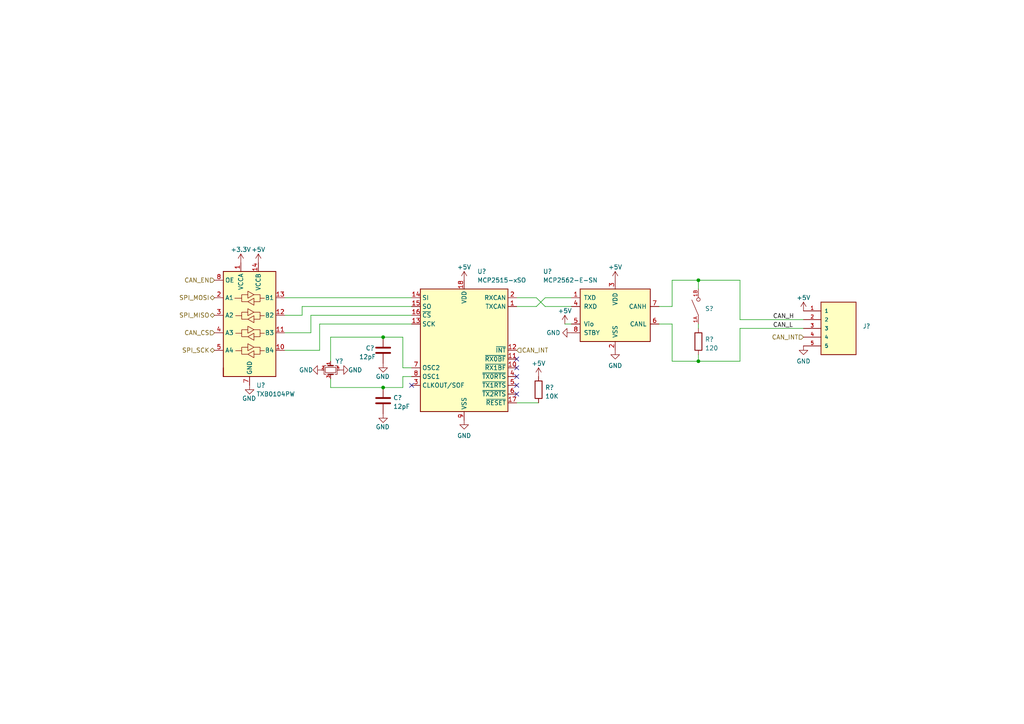
<source format=kicad_sch>
(kicad_sch (version 20230121) (generator eeschema)
  (paper "A4")
  (lib_symbols
    (symbol "DS01-254-S-01BE:DS01-254-S-01BE" (pin_names (offset 1.016))
      (property "Reference" "S" (at -5.08 5.08 0))
      (property "Value" "DS01-254-S-01BE" (at -5.08 -5.08 0))
      (symbol "DS01-254-S-01BE_0_0"
        (polyline (pts (xy -2.54 0) (xy 1.905 1.905)) (stroke (width 0.1524)))
        (circle (center 2.032 0) (radius 0.508) (stroke (width 0.1524)))
      )
      (symbol "DS01-254-S-01BE_1_0"
        (pin passive line (at -5.08 0 0) (length 2.54) (name "~") (number "1A"))
        (pin passive line (at 5.08 0 180) (length 2.54) (name "~") (number "1B"))
      )
    )
    (symbol "Device:C" (pin_numbers hide) (pin_names (offset 0.254))
      (property "Reference" "C" (at 0.635 2.54 0))
      (property "Value" "C" (at 0.635 -2.54 0))
      (symbol "C_0_1"
        (polyline (pts (xy -2.032 -0.762) (xy 2.032 -0.762)) (stroke (width 0.508)))
        (polyline (pts (xy -2.032 0.762) (xy 2.032 0.762)) (stroke (width 0.508)))
      )
      (symbol "C_1_1"
        (pin passive line (at 0 3.81 270) (length 2.794) (name "~") (number "1"))
        (pin passive line (at 0 -3.81 90) (length 2.794) (name "~") (number "2"))
      )
    )
    (symbol "Device:Crystal_GND24_Small" (pin_names (offset 1.016) hide)
      (property "Reference" "Y" (at 1.27 4.445 0))
      (property "Value" "Crystal_GND24_Small" (at 1.27 2.54 0))
      (symbol "Crystal_GND24_Small_0_1"
        (rectangle (start -0.762 -1.524) (end 0.762 1.524))
        (polyline (pts (xy -1.27 -0.762) (xy -1.27 0.762)) (stroke (width 0.381)))
        (polyline (pts (xy 1.27 -0.762) (xy 1.27 0.762)) (stroke (width 0.381)))
        (polyline (pts (xy -1.27 -1.27) (xy -1.27 -1.905) (xy 1.27 -1.905) (xy 1.27 -1.27)))
        (polyline (pts (xy -1.27 1.27) (xy -1.27 1.905) (xy 1.27 1.905) (xy 1.27 1.27)))
      )
      (symbol "Crystal_GND24_Small_1_1"
        (pin passive line (at -2.54 0 0) (length 1.27) (name "1") (number "1"))
        (pin passive line (at 0 -2.54 90) (length 0.635) (name "2") (number "2"))
        (pin passive line (at 2.54 0 180) (length 1.27) (name "3") (number "3"))
        (pin passive line (at 0 2.54 270) (length 0.635) (name "4") (number "4"))
      )
    )
    (symbol "Device:R" (pin_numbers hide) (pin_names (offset 0))
      (property "Reference" "R" (at 2.032 0 90))
      (property "Value" "R" (at 0 0 90))
      (symbol "R_0_1"
        (rectangle (start -1.016 -2.54) (end 1.016 2.54) (stroke (width 0.254)))
      )
      (symbol "R_1_1"
        (pin passive line (at 0 3.81 270) (length 1.27) (name "~") (number "1"))
        (pin passive line (at 0 -3.81 90) (length 1.27) (name "~") (number "2"))
      )
    )
    (symbol "GND_4" (power) (pin_names (offset 0))
      (property "Value" "GND_4" (at 0 -3.81 0))
      (symbol "GND_4_0_1"
        (polyline (pts (xy 0 0) (xy 0 -1.27) (xy 1.27 -1.27) (xy 0 -2.54) (xy -1.27 -1.27) (xy 0 -1.27)))
      )
      (symbol "GND_4_1_1"
        (pin power_in line (at 0 0 270) (length 0) hide (name "GND") (number "1"))
      )
    )
    (symbol "Interface_CAN_LIN:MCP2515-xSO"
      (property "Reference" "U" (at -10.16 19.685 0))
      (property "Value" "MCP2515-xSO" (at 19.05 20.32 0))
      (symbol "MCP2515-xSO_0_1"
        (rectangle (start -12.7 17.78) (end 12.7 -17.78) (stroke (width 0.254)) (fill (type background)))
      )
      (symbol "MCP2515-xSO_1_1"
        (pin output line (at 15.24 12.7 180) (length 2.54) (name "TXCAN") (number "1"))
        (pin output line (at 15.24 -5.08 180) (length 2.54) (name "~{RX1BF}") (number "10"))
        (pin output line (at 15.24 -2.54 180) (length 2.54) (name "~{RX0BF}") (number "11"))
        (pin output line (at 15.24 0 180) (length 2.54) (name "~{INT}") (number "12"))
        (pin input line (at -15.24 7.62 0) (length 2.54) (name "SCK") (number "13"))
        (pin input line (at -15.24 15.24 0) (length 2.54) (name "SI") (number "14"))
        (pin output line (at -15.24 12.7 0) (length 2.54) (name "SO") (number "15"))
        (pin input line (at -15.24 10.16 0) (length 2.54) (name "~{CS}") (number "16"))
        (pin input line (at 15.24 -15.24 180) (length 2.54) (name "~{RESET}") (number "17"))
        (pin power_in line (at 0 20.32 270) (length 2.54) (name "VDD") (number "18"))
        (pin input line (at 15.24 15.24 180) (length 2.54) (name "RXCAN") (number "2"))
        (pin output line (at -15.24 -10.16 0) (length 2.54) (name "CLKOUT/SOF") (number "3"))
        (pin input line (at 15.24 -7.62 180) (length 2.54) (name "~{TX0RTS}") (number "4"))
        (pin input line (at 15.24 -10.16 180) (length 2.54) (name "~{TX1RTS}") (number "5"))
        (pin input line (at 15.24 -12.7 180) (length 2.54) (name "~{TX2RTS}") (number "6"))
        (pin output line (at -15.24 -5.08 0) (length 2.54) (name "OSC2") (number "7"))
        (pin input line (at -15.24 -7.62 0) (length 2.54) (name "OSC1") (number "8"))
        (pin power_in line (at 0 -20.32 90) (length 2.54) (name "VSS") (number "9"))
      )
    )
    (symbol "Interface_CAN_LIN:MCP2562-E-SN" (pin_names (offset 1.016))
      (property "Reference" "U" (at -10.16 8.89 0))
      (property "Value" "MCP2562-E-SN" (at 2.54 8.89 0))
      (symbol "MCP2562-E-SN_0_1"
        (rectangle (start -10.16 7.62) (end 10.16 -7.62) (stroke (width 0.254)) (fill (type background)))
      )
      (symbol "MCP2562-E-SN_1_1"
        (pin input line (at -12.7 5.08 0) (length 2.54) (name "TXD") (number "1"))
        (pin power_in line (at 0 -10.16 90) (length 2.54) (name "VSS") (number "2"))
        (pin power_in line (at 0 10.16 270) (length 2.54) (name "VDD") (number "3"))
        (pin output line (at -12.7 2.54 0) (length 2.54) (name "RXD") (number "4"))
        (pin power_in line (at -12.7 -2.54 0) (length 2.54) (name "Vio") (number "5"))
        (pin bidirectional line (at 12.7 -2.54 180) (length 2.54) (name "CANL") (number "6"))
        (pin bidirectional line (at 12.7 2.54 180) (length 2.54) (name "CANH") (number "7"))
        (pin input line (at -12.7 -5.08 0) (length 2.54) (name "STBY") (number "8"))
      )
    )
    (symbol "Logic_LevelTranslator:TXB0104PW"
      (property "Reference" "U" (at -6.35 16.51 0))
      (property "Value" "TXB0104PW" (at 3.81 16.51 0))
      (symbol "TXB0104PW_0_1"
        (rectangle (start -7.62 -15.24) (end -7.62 -12.7) (stroke (width 0.254)))
        (rectangle (start -7.62 15.24) (end 7.62 -15.24) (stroke (width 0.254)) (fill (type background)))
        (polyline (pts (xy -2.286 -7.747) (xy -2.286 -6.731) (xy -0.508 -6.731)))
        (polyline (pts (xy -2.286 -2.667) (xy -2.286 -1.651) (xy -0.508 -1.651)))
        (polyline (pts (xy -2.286 2.413) (xy -2.286 3.429) (xy -0.508 3.429)))
        (polyline (pts (xy -2.286 7.493) (xy -2.286 8.509) (xy -0.508 8.509)))
        (polyline (pts (xy 3.048 -7.747) (xy 3.048 -8.763) (xy 1.27 -8.763)))
        (polyline (pts (xy 3.048 -2.667) (xy 3.048 -3.683) (xy 1.27 -3.683)))
        (polyline (pts (xy 3.048 2.413) (xy 3.048 1.397) (xy 1.27 1.397)))
        (polyline (pts (xy 3.048 7.493) (xy 3.048 6.477) (xy 1.27 6.477)))
        (polyline (pts (xy -0.508 -8.763) (xy -2.286 -8.763) (xy -2.286 -7.747) (xy -4.064 -7.747)))
        (polyline (pts (xy -0.508 -8.763) (xy 1.27 -7.747) (xy 1.27 -9.779) (xy -0.508 -8.763)))
        (polyline (pts (xy -0.508 -3.683) (xy -2.286 -3.683) (xy -2.286 -2.667) (xy -4.064 -2.667)))
        (polyline (pts (xy -0.508 -3.683) (xy 1.27 -2.667) (xy 1.27 -4.699) (xy -0.508 -3.683)))
        (polyline (pts (xy -0.508 1.397) (xy -2.286 1.397) (xy -2.286 2.413) (xy -4.064 2.413)))
        (polyline (pts (xy -0.508 1.397) (xy 1.27 2.413) (xy 1.27 0.381) (xy -0.508 1.397)))
        (polyline (pts (xy -0.508 6.477) (xy -2.286 6.477) (xy -2.286 7.493) (xy -4.318 7.493)))
        (polyline (pts (xy -0.508 6.477) (xy 1.27 7.493) (xy 1.27 5.461) (xy -0.508 6.477)))
        (polyline (pts (xy 1.27 -6.731) (xy -0.508 -7.747) (xy -0.508 -5.715) (xy 1.27 -6.731)))
        (polyline (pts (xy 1.27 -6.731) (xy 3.048 -6.731) (xy 3.048 -7.747) (xy 4.318 -7.747)))
        (polyline (pts (xy 1.27 -1.651) (xy -0.508 -2.667) (xy -0.508 -0.635) (xy 1.27 -1.651)))
        (polyline (pts (xy 1.27 -1.651) (xy 3.048 -1.651) (xy 3.048 -2.667) (xy 4.318 -2.667)))
        (polyline (pts (xy 1.27 3.429) (xy -0.508 2.413) (xy -0.508 4.445) (xy 1.27 3.429)))
        (polyline (pts (xy 1.27 3.429) (xy 3.048 3.429) (xy 3.048 2.413) (xy 4.318 2.413)))
        (polyline (pts (xy 1.27 8.509) (xy -0.508 7.493) (xy -0.508 9.525) (xy 1.27 8.509)))
        (polyline (pts (xy 1.27 8.509) (xy 3.048 8.509) (xy 3.048 7.493) (xy 4.318 7.493)))
      )
      (symbol "TXB0104PW_1_1"
        (pin power_in line (at -2.54 17.78 270) (length 2.54) (name "VCCA") (number "1"))
        (pin bidirectional line (at 10.16 -7.62 180) (length 2.54) (name "B4") (number "10"))
        (pin bidirectional line (at 10.16 -2.54 180) (length 2.54) (name "B3") (number "11"))
        (pin bidirectional line (at 10.16 2.54 180) (length 2.54) (name "B2") (number "12"))
        (pin bidirectional line (at 10.16 7.62 180) (length 2.54) (name "B1") (number "13"))
        (pin power_in line (at 2.54 17.78 270) (length 2.54) (name "VCCB") (number "14"))
        (pin bidirectional line (at -10.16 7.62 0) (length 2.54) (name "A1") (number "2"))
        (pin bidirectional line (at -10.16 2.54 0) (length 2.54) (name "A2") (number "3"))
        (pin bidirectional line (at -10.16 -2.54 0) (length 2.54) (name "A3") (number "4"))
        (pin bidirectional line (at -10.16 -7.62 0) (length 2.54) (name "A4") (number "5"))
        (pin no_connect line (at -7.62 -12.7 0) (length 2.54) hide (name "NC") (number "6"))
        (pin power_in line (at 0 -17.78 90) (length 2.54) (name "GND") (number "7"))
        (pin input line (at -10.16 12.7 0) (length 2.54) (name "OE") (number "8"))
        (pin no_connect line (at 7.62 -12.7 180) (length 2.54) hide (name "NC") (number "9"))
      )
    )
    (symbol "TBP02R2-381-05BE:TBP02R2-381-05BE" (pin_names (offset 1.016))
      (property "Reference" "J" (at -5.58 7.62 0))
      (property "Value" "TBP02R2-381-05BE" (at -5.08 -10.16 0))
      (symbol "TBP02R2-381-05BE_0_0"
        (rectangle (start -5.08 -7.62) (end 5.08 7.62) (stroke (width 0.254)) (fill (type background)))
        (pin passive line (at -10.16 5.08 0) (length 5.08) (name "1") (number "1"))
        (pin passive line (at -10.16 2.54 0) (length 5.08) (name "2") (number "2"))
        (pin passive line (at -10.16 0 0) (length 5.08) (name "3") (number "3"))
        (pin passive line (at -10.16 -2.54 0) (length 5.08) (name "4") (number "4"))
        (pin passive line (at -10.16 -5.08 0) (length 5.08) (name "5") (number "5"))
      )
    )
    (symbol "power:+3.3V" (power) (pin_names (offset 0))
      (property "Value" "+3.3V" (at 0 3.556 0))
      (symbol "+3.3V_0_1"
        (polyline (pts (xy -0.762 1.27) (xy 0 2.54)))
        (polyline (pts (xy 0 0) (xy 0 2.54)))
        (polyline (pts (xy 0 2.54) (xy 0.762 1.27)))
      )
      (symbol "+3.3V_1_1"
        (pin power_in line (at 0 0 90) (length 0) hide (name "+3.3V") (number "1"))
      )
    )
    (symbol "power:+5V" (power) (pin_names (offset 0))
      (property "Value" "+5V" (at 0 3.556 0))
      (symbol "+5V_0_1"
        (polyline (pts (xy -0.762 1.27) (xy 0 2.54)))
        (polyline (pts (xy 0 0) (xy 0 2.54)))
        (polyline (pts (xy 0 2.54) (xy 0.762 1.27)))
      )
      (symbol "+5V_1_1"
        (pin power_in line (at 0 0 90) (length 0) hide (name "+5V") (number "1"))
      )
    )
    (symbol "power:GND" (power) (pin_names (offset 0))
      (property "Value" "GND" (at 0 -3.81 0))
      (symbol "GND_0_1"
        (polyline (pts (xy 0 0) (xy 0 -1.27) (xy 1.27 -1.27) (xy 0 -2.54) (xy -1.27 -1.27) (xy 0 -1.27)))
      )
      (symbol "GND_1_1"
        (pin power_in line (at 0 0 270) (length 0) hide (name "GND") (number "1"))
      )
    )
  )
  (junction (at 111.125 112.395))
  (junction (at 111.125 97.79))
  (junction (at 202.565 81.28))
  (junction (at 202.565 104.775))
  (no_connect (at 149.86 109.22))
  (no_connect (at 149.86 104.14))
  (no_connect (at 149.86 106.68))
  (no_connect (at 119.38 111.76))
  (no_connect (at 149.86 111.76))
  (no_connect (at 149.86 114.3))
  (wire (pts (xy 214.63 95.25) (xy 233.045 95.25)))
  (wire (pts (xy 191.135 88.9) (xy 194.945 88.9)))
  (wire (pts (xy 149.86 86.36) (xy 155.575 86.36)))
  (wire (pts (xy 214.63 92.71) (xy 233.045 92.71)))
  (wire (pts (xy 87.63 91.44) (xy 87.63 88.9)))
  (wire (pts (xy 155.575 88.9) (xy 158.115 86.36)))
  (wire (pts (xy 116.84 109.22) (xy 116.84 112.395)))
  (wire (pts (xy 214.63 81.28) (xy 214.63 92.71)))
  (wire (pts (xy 202.565 104.775) (xy 214.63 104.775)))
  (wire (pts (xy 82.55 101.6) (xy 92.71 101.6)))
  (wire (pts (xy 82.55 91.44) (xy 87.63 91.44)))
  (wire (pts (xy 111.125 97.79) (xy 116.84 97.79)))
  (wire (pts (xy 158.115 88.9) (xy 165.735 88.9)))
  (wire (pts (xy 191.135 93.98) (xy 194.945 93.98)))
  (wire (pts (xy 111.125 112.395) (xy 116.84 112.395)))
  (wire (pts (xy 149.86 116.84) (xy 156.21 116.84)))
  (wire (pts (xy 116.84 97.79) (xy 116.84 106.68)))
  (wire (pts (xy 95.885 109.855) (xy 95.885 112.395)))
  (wire (pts (xy 194.945 104.775) (xy 202.565 104.775)))
  (wire (pts (xy 155.575 86.36) (xy 158.115 88.9)))
  (wire (pts (xy 119.38 106.68) (xy 116.84 106.68)))
  (wire (pts (xy 90.17 96.52) (xy 90.17 91.44)))
  (wire (pts (xy 149.86 88.9) (xy 155.575 88.9)))
  (wire (pts (xy 202.565 81.28) (xy 214.63 81.28)))
  (wire (pts (xy 82.55 96.52) (xy 90.17 96.52)))
  (wire (pts (xy 194.945 81.28) (xy 194.945 88.9)))
  (wire (pts (xy 95.885 112.395) (xy 111.125 112.395)))
  (wire (pts (xy 214.63 104.775) (xy 214.63 95.25)))
  (wire (pts (xy 202.565 81.28) (xy 202.565 83.82)))
  (wire (pts (xy 194.945 81.28) (xy 202.565 81.28)))
  (wire (pts (xy 92.71 93.98) (xy 119.38 93.98)))
  (wire (pts (xy 82.55 86.36) (xy 119.38 86.36)))
  (wire (pts (xy 158.115 86.36) (xy 165.735 86.36)))
  (wire (pts (xy 202.565 102.87) (xy 202.565 104.775)))
  (wire (pts (xy 95.885 97.79) (xy 111.125 97.79)))
  (wire (pts (xy 95.885 104.775) (xy 95.885 97.79)))
  (wire (pts (xy 116.84 109.22) (xy 119.38 109.22)))
  (wire (pts (xy 92.71 101.6) (xy 92.71 93.98)))
  (wire (pts (xy 202.565 93.98) (xy 202.565 95.25)))
  (wire (pts (xy 90.17 91.44) (xy 119.38 91.44)))
  (wire (pts (xy 194.945 93.98) (xy 194.945 104.775)))
  (wire (pts (xy 163.83 93.98) (xy 165.735 93.98)))
  (wire (pts (xy 87.63 88.9) (xy 119.38 88.9)))
  (label "CAN_H" (at 224.155 92.71 0))
  (label "CAN_L" (at 224.155 95.25 0))
  (hierarchical_label "SPI_SCK" (shape bidirectional) (at 62.23 101.6 180))
  (hierarchical_label "CAN_INT" (shape input) (at 149.86 101.6 0))
  (hierarchical_label "CAN_INT" (shape input) (at 233.045 97.79 180))
  (hierarchical_label "CAN_EN" (shape input) (at 62.23 81.28 180))
  (hierarchical_label "CAN_CS" (shape input) (at 62.23 96.52 180))
  (hierarchical_label "SPI_MISO" (shape bidirectional) (at 62.23 91.44 180))
  (hierarchical_label "SPI_MOSI" (shape bidirectional) (at 62.23 86.36 180))
  (symbol (lib_id "power:GND") (at 233.045 100.33 0) (unit 1)
    (property "Reference" "#PWR077" (effects hide))
    (property "Value" "GND" (at 233.045 104.7734 0))
    (instances (project "esp32-clover" (path "" (reference "#PWR077") (unit 1)) (path "" (reference "#PWR0109") (unit 1))))
  )
  (symbol (lib_id "power:GND") (at 165.735 96.52 270) (unit 1)
    (property "Reference" "#PWR089" (effects hide))
    (property "Value" "GND" (at 162.56 96.52 90) (effects (justify right)))
    (instances (project "esp32-clover" (path "" (reference "#PWR089") (unit 1)) (path "" (reference "#PWR0105") (unit 1))))
  )
  (symbol (lib_id "Device:R") (at 156.21 113.03 180) (unit 1)
    (property "Reference" "R?" (at 158.115 112.395 0) (effects (justify right)))
    (property "Value" "10K" (at 158.115 114.935 0) (effects (justify right)))
    (property "Footprint" "Resistor_SMD:R_0603_1608Metric" (effects hide))
  )
  (symbol (lib_id "power:+5V") (at 163.83 93.98 0) (unit 1)
    (property "Reference" "#PWR088" (effects hide))
    (property "Value" "+5V" (at 163.83 90.17 0))
    (instances (project "esp32-clover" (path "" (reference "#PWR088") (unit 1)) (path "" (reference "#PWR075") (unit 1))))
  )
  (symbol (lib_id "Interface_CAN_LIN:MCP2515-xSO") (at 134.62 101.6 0) (unit 1)
    (property "Reference" "U?" (at 138.43 78.74 0) (effects (justify left)))
    (property "Value" "MCP2515-xSO" (at 138.43 81.28 0) (effects (justify left)))
    (property "Footprint" "Package_SO:SOIC-18W_7.5x11.6mm_P1.27mm" (effects hide))
    (property "Datasheet" "http://ww1.microchip.com/downloads/en/DeviceDoc/21801e.pdf" (effects hide))
  )
  (symbol (lib_name "GND_4") (lib_id "power:GND") (at 98.425 107.315 90) (unit 1)
    (property "Reference" "#PWR091" (effects hide))
    (property "Value" "GND" (at 100.965 107.315 90) (effects (justify right)))
    (instances (project "esp32-clover" (path "" (reference "#PWR091") (unit 1)) (path "" (reference "#PWR097") (unit 1))))
  )
  (symbol (lib_id "Device:C") (at 111.125 101.6 0) (unit 1)
    (property "Reference" "C?" (at 106.045 100.965 0) (effects (justify left)))
    (property "Value" "12pF" (at 104.14 103.505 0) (effects (justify left)))
    (property "Footprint" "Capacitor_SMD:C_0603_1608Metric" (effects hide))
  )
  (symbol (lib_id "power:GND") (at 178.435 101.6 0) (unit 1)
    (property "Reference" "#PWR075" (effects hide))
    (property "Value" "GND" (at 178.435 106.0434 0))
    (instances (project "esp32-clover" (path "" (reference "#PWR075") (unit 1)) (path "" (reference "#PWR0107") (unit 1))))
  )
  (symbol (lib_id "Device:Crystal_GND24_Small") (at 95.885 107.315 270) (unit 1)
    (property "Reference" "Y?" (at 98.425 104.775 90))
    (property "Value" "Crystal_GND24_Small" (effects hide))
  )
  (symbol (lib_name "GND_4") (lib_id "power:GND") (at 93.345 107.315 270) (unit 1)
    (property "Reference" "#PWR091" (effects hide))
    (property "Value" "GND" (at 90.805 107.315 90) (effects (justify right)))
    (instances (project "esp32-clover" (path "" (reference "#PWR091") (unit 1)) (path "" (reference "#PWR012") (unit 1))))
  )
  (symbol (lib_name "GND_4") (lib_id "power:GND") (at 111.125 120.015 0) (unit 1)
    (property "Reference" "#PWR094" (effects hide))
    (property "Value" "GND" (at 113.03 123.825 0) (effects (justify right)))
    (instances (project "esp32-clover" (path "" (reference "#PWR094") (unit 1)) (path "" (reference "#PWR099") (unit 1))))
  )
  (symbol (lib_name "GND_4") (lib_id "power:GND") (at 72.39 111.76 0) (unit 1)
    (property "Reference" "#PWR091" (effects hide))
    (property "Value" "GND" (at 74.295 115.57 0) (effects (justify right)))
    (instances (project "esp32-clover" (path "" (reference "#PWR091") (unit 1)) (path "" (reference "#PWR019") (unit 1))))
  )
  (symbol (lib_id "TBP02R2-381-05BE:TBP02R2-381-05BE") (at 243.205 95.25 0) (unit 1)
    (property "Reference" "J?" (at 250.19 94.615 0) (effects (justify left)))
    (property "Value" "TBP02R2-381-05BE" (effects hide))
    (property "Footprint" "CUI_TBP02R2-381-05BE" (effects hide))
    (property "STANDARD" "Manufacturer Recommendations" (effects hide))
    (property "MANUFACTURER" "CUI" (effects hide))
  )
  (symbol (lib_id "power:+3.3V") (at 69.85 76.2 0) (unit 1)
    (property "Reference" "#PWR027" (effects hide))
    (property "Value" "+3.3V" (at 69.85 72.39 0))
  )
  (symbol (lib_id "power:+5V") (at 178.435 81.28 0) (unit 1)
    (property "Reference" "#PWR088" (effects hide))
    (property "Value" "+5V" (at 178.435 77.47 0))
    (instances (project "esp32-clover" (path "" (reference "#PWR088") (unit 1)) (path "" (reference "#PWR0106") (unit 1))))
  )
  (symbol (lib_id "power:+5V") (at 233.045 90.17 0) (unit 1)
    (property "Reference" "#PWR095" (effects hide))
    (property "Value" "+5V" (at 233.045 86.36 0))
    (instances (project "esp32-clover" (path "" (reference "#PWR095") (unit 1)) (path "" (reference "#PWR0108") (unit 1))))
  )
  (symbol (lib_id "power:GND") (at 134.62 121.92 0) (unit 1)
    (property "Reference" "#PWR076" (effects hide))
    (property "Value" "GND" (at 134.62 126.3634 0))
    (instances (project "esp32-clover" (path "" (reference "#PWR076") (unit 1)) (path "" (reference "#PWR0103") (unit 1))))
  )
  (symbol (lib_id "power:+5V") (at 134.62 81.28 0) (unit 1)
    (property "Reference" "#PWR096" (effects hide))
    (property "Value" "+5V" (at 134.62 77.47 0))
    (instances (project "esp32-clover" (path "" (reference "#PWR096") (unit 1)) (path "" (reference "#PWR0100") (unit 1))))
  )
  (symbol (lib_id "Device:R") (at 202.565 99.06 0) (unit 1)
    (property "Reference" "R?" (at 204.47 98.425 0) (effects (justify left)))
    (property "Value" "120" (at 204.47 100.965 0) (effects (justify left)))
  )
  (symbol (lib_id "Interface_CAN_LIN:MCP2562-E-SN") (at 178.435 91.44 0) (unit 1)
    (property "Reference" "U?" (at 157.48 78.74 0) (effects (justify left)))
    (property "Value" "MCP2562-E-SN" (at 157.48 81.28 0) (effects (justify left)))
    (property "Footprint" "Package_SO:SOIC-8_3.9x4.9mm_P1.27mm" (effects hide))
    (property "Datasheet" "http://ww1.microchip.com/downloads/en/DeviceDoc/25167A.pdf" (effects hide))
  )
  (symbol (lib_id "Device:C") (at 111.125 116.205 0) (unit 1)
    (property "Reference" "C?" (at 114.046 115.3703 0) (effects (justify left)))
    (property "Value" "12pF" (at 114.046 117.9072 0) (effects (justify left)))
    (property "Footprint" "Capacitor_SMD:C_0603_1608Metric" (effects hide))
  )
  (symbol (lib_id "power:+5V") (at 156.21 109.22 0) (unit 1)
    (property "Reference" "#PWR090" (effects hide))
    (property "Value" "+5V" (at 156.21 105.41 0))
    (instances (project "esp32-clover" (path "" (reference "#PWR090") (unit 1)) (path "" (reference "#PWR0104") (unit 1))))
  )
  (symbol (lib_id "power:+5V") (at 74.93 76.2 0) (unit 1)
    (property "Reference" "#PWR096" (effects hide))
    (property "Value" "+5V" (at 74.93 72.39 0))
    (instances (project "esp32-clover" (path "" (reference "#PWR096") (unit 1)) (path "" (reference "#PWR026") (unit 1))))
  )
  (symbol (lib_name "GND_4") (lib_id "power:GND") (at 111.125 105.41 0) (unit 1)
    (property "Reference" "#PWR093" (effects hide))
    (property "Value" "GND" (at 113.03 109.22 0) (effects (justify right)))
    (instances (project "esp32-clover" (path "" (reference "#PWR093") (unit 1)) (path "" (reference "#PWR098") (unit 1))))
  )
  (symbol (lib_id "DS01-254-S-01BE:DS01-254-S-01BE") (at 202.565 88.9 90) (unit 1)
    (property "Reference" "S?" (at 204.47 89.535 90) (effects (justify right)))
    (property "Value" "DS01-254-S-01BE" (effects hide))
    (property "Footprint" "SW_DS01-254-S-01BE" (effects hide))
    (property "PARTREV" "1.0" (effects hide))
    (property "MANUFACTURER" "CUI" (effects hide))
    (property "MAXIMUM_PACKAGE_HEIGHT" "7.0mm" (effects hide))
    (property "STANDARD" "Manufacturer recommendations" (effects hide))
  )
  (symbol (lib_id "Logic_LevelTranslator:TXB0104PW") (at 72.39 93.98 0) (unit 1)
    (property "Reference" "U?" (at 74.3459 111.76 0) (effects (justify left)))
    (property "Value" "TXB0104PW" (at 74.3459 114.3 0) (effects (justify left)))
    (property "Footprint" "Package_SO:TSSOP-14_4.4x5mm_P0.65mm" (effects hide))
    (property "Datasheet" "http://www.ti.com/lit/ds/symlink/txb0104.pdf" (effects hide))
  )
)
</source>
